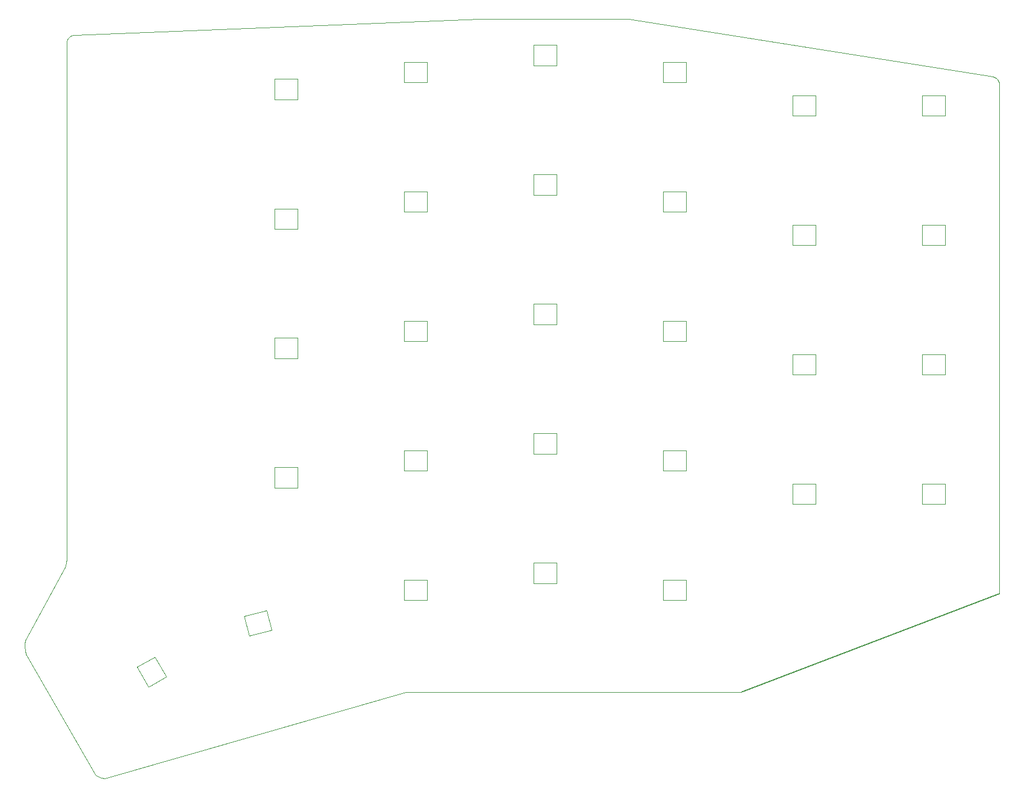
<source format=gm1>
G04 #@! TF.GenerationSoftware,KiCad,Pcbnew,(7.0.0-0)*
G04 #@! TF.CreationDate,2023-03-20T18:34:57-07:00*
G04 #@! TF.ProjectId,SofleKeyboard,536f666c-654b-4657-9962-6f6172642e6b,rev?*
G04 #@! TF.SameCoordinates,Original*
G04 #@! TF.FileFunction,Profile,NP*
%FSLAX46Y46*%
G04 Gerber Fmt 4.6, Leading zero omitted, Abs format (unit mm)*
G04 Created by KiCad (PCBNEW (7.0.0-0)) date 2023-03-20 18:34:57*
%MOMM*%
%LPD*%
G01*
G04 APERTURE LIST*
G04 #@! TA.AperFunction,Profile*
%ADD10C,0.100000*%
G04 #@! TD*
G04 #@! TA.AperFunction,Profile*
%ADD11C,0.150000*%
G04 #@! TD*
G04 APERTURE END LIST*
D10*
X225283881Y-43997807D02*
X225370281Y-44178672D01*
X92550000Y-146200000D02*
X82300000Y-128400000D01*
X170950000Y-35000000D02*
X224475441Y-43445146D01*
X88297257Y-38245261D02*
X88364377Y-38029014D01*
X88611259Y-37662831D02*
X88781752Y-37522160D01*
X225424381Y-44374571D02*
X225443181Y-44581902D01*
X88781752Y-37522160D02*
X88977436Y-37415945D01*
X225370281Y-44178672D02*
X225424381Y-44374571D01*
X82200000Y-126400000D02*
X88000000Y-115650000D01*
X88364377Y-38029014D02*
X88470590Y-37833327D01*
X88273857Y-38477435D02*
X88297257Y-38245261D01*
X224677111Y-43496776D02*
X224861871Y-43581466D01*
X224475441Y-43445146D02*
X224677111Y-43496776D01*
X88470590Y-37833327D02*
X88611259Y-37662831D01*
X92550000Y-146200000D02*
X92900000Y-146500000D01*
X138154128Y-134000000D02*
X187500000Y-134000000D01*
X149000000Y-35000000D02*
X89425853Y-37325405D01*
X88275257Y-114400000D02*
X88200000Y-115050000D01*
X82300000Y-128400000D02*
X82150000Y-127900000D01*
X82100000Y-126900000D02*
X82200000Y-126400000D01*
X82100000Y-127300000D02*
X82100000Y-126900000D01*
X88200000Y-115050000D02*
X88000000Y-115650000D01*
X93350000Y-146650000D02*
X93900000Y-146750000D01*
X82150000Y-127900000D02*
X82100000Y-127300000D01*
X92900000Y-146500000D02*
X93350000Y-146650000D01*
D11*
X225470181Y-119500000D02*
X187500000Y-134000000D01*
D10*
X88275257Y-114400000D02*
X88273857Y-38477435D01*
X225168321Y-43835582D02*
X225283881Y-43997807D01*
X224861871Y-43581466D02*
X225026621Y-43695600D01*
X149000000Y-35000000D02*
X170950000Y-35000000D01*
X88977436Y-37415945D02*
X89193680Y-37348815D01*
X89193680Y-37348815D02*
X89425853Y-37325405D01*
X225026621Y-43695600D02*
X225168321Y-43835582D01*
X138154128Y-134000000D02*
X93900000Y-146750000D01*
X225443181Y-44581902D02*
X225470181Y-119500000D01*
X122250000Y-46800000D02*
X122250000Y-43800000D01*
X122250000Y-46800000D02*
X118850000Y-46800000D01*
X122250000Y-43800000D02*
X118850000Y-43800000D01*
X118850000Y-43800000D02*
X118850000Y-46800000D01*
X160350000Y-41800000D02*
X160350000Y-38800000D01*
X160350000Y-41800000D02*
X156950000Y-41800000D01*
X160350000Y-38800000D02*
X156950000Y-38800000D01*
X156950000Y-38800000D02*
X156950000Y-41800000D01*
X122250000Y-84900000D02*
X122250000Y-81900000D01*
X122250000Y-84900000D02*
X118850000Y-84900000D01*
X122250000Y-81900000D02*
X118850000Y-81900000D01*
X118850000Y-81900000D02*
X118850000Y-84900000D01*
X141300000Y-82400000D02*
X141300000Y-79400000D01*
X141300000Y-82400000D02*
X137900000Y-82400000D01*
X141300000Y-79400000D02*
X137900000Y-79400000D01*
X137900000Y-79400000D02*
X137900000Y-82400000D01*
X160350000Y-98950000D02*
X160350000Y-95950000D01*
X160350000Y-98950000D02*
X156950000Y-98950000D01*
X160350000Y-95950000D02*
X156950000Y-95950000D01*
X156950000Y-95950000D02*
X156950000Y-98950000D01*
X198450000Y-106350000D02*
X198450000Y-103350000D01*
X198450000Y-106350000D02*
X195050000Y-106350000D01*
X198450000Y-103350000D02*
X195050000Y-103350000D01*
X195050000Y-103350000D02*
X195050000Y-106350000D01*
X100331281Y-133272243D02*
X102929358Y-131772243D01*
X100331281Y-133272243D02*
X98631281Y-130327757D01*
X102929358Y-131772243D02*
X101229358Y-128827757D01*
X101229358Y-128827757D02*
X98631281Y-130327757D01*
X118413853Y-124869045D02*
X117637396Y-121971268D01*
X118413853Y-124869045D02*
X115129705Y-125749030D01*
X117637396Y-121971268D02*
X114353248Y-122851252D01*
X114353248Y-122851252D02*
X115129705Y-125749030D01*
X217500000Y-68250000D02*
X217500000Y-65250000D01*
X217500000Y-68250000D02*
X214100000Y-68250000D01*
X217500000Y-65250000D02*
X214100000Y-65250000D01*
X214100000Y-65250000D02*
X214100000Y-68250000D01*
X217500000Y-87300000D02*
X217500000Y-84300000D01*
X217500000Y-87300000D02*
X214100000Y-87300000D01*
X217500000Y-84300000D02*
X214100000Y-84300000D01*
X214100000Y-84300000D02*
X214100000Y-87300000D01*
X217500000Y-106350000D02*
X217500000Y-103350000D01*
X217500000Y-106350000D02*
X214100000Y-106350000D01*
X217500000Y-103350000D02*
X214100000Y-103350000D01*
X214100000Y-103350000D02*
X214100000Y-106350000D01*
X179400000Y-44300000D02*
X179400000Y-41300000D01*
X179400000Y-44300000D02*
X176000000Y-44300000D01*
X179400000Y-41300000D02*
X176000000Y-41300000D01*
X176000000Y-41300000D02*
X176000000Y-44300000D01*
X198450000Y-49200000D02*
X198450000Y-46200000D01*
X198450000Y-49200000D02*
X195050000Y-49200000D01*
X198450000Y-46200000D02*
X195050000Y-46200000D01*
X195050000Y-46200000D02*
X195050000Y-49200000D01*
X141300000Y-63350000D02*
X141300000Y-60350000D01*
X141300000Y-63350000D02*
X137900000Y-63350000D01*
X141300000Y-60350000D02*
X137900000Y-60350000D01*
X137900000Y-60350000D02*
X137900000Y-63350000D01*
X179400000Y-63350000D02*
X179400000Y-60350000D01*
X179400000Y-63350000D02*
X176000000Y-63350000D01*
X179400000Y-60350000D02*
X176000000Y-60350000D01*
X176000000Y-60350000D02*
X176000000Y-63350000D01*
X160350000Y-60850000D02*
X160350000Y-57850000D01*
X160350000Y-60850000D02*
X156950000Y-60850000D01*
X160350000Y-57850000D02*
X156950000Y-57850000D01*
X156950000Y-57850000D02*
X156950000Y-60850000D01*
X179400000Y-82400000D02*
X179400000Y-79400000D01*
X179400000Y-82400000D02*
X176000000Y-82400000D01*
X179400000Y-79400000D02*
X176000000Y-79400000D01*
X176000000Y-79400000D02*
X176000000Y-82400000D01*
X217500000Y-49200000D02*
X217500000Y-46200000D01*
X217500000Y-49200000D02*
X214100000Y-49200000D01*
X217500000Y-46200000D02*
X214100000Y-46200000D01*
X214100000Y-46200000D02*
X214100000Y-49200000D01*
X122250000Y-65900000D02*
X122250000Y-62900000D01*
X122250000Y-65900000D02*
X118850000Y-65900000D01*
X122250000Y-62900000D02*
X118850000Y-62900000D01*
X118850000Y-62900000D02*
X118850000Y-65900000D01*
X179400000Y-120500000D02*
X179400000Y-117500000D01*
X179400000Y-120500000D02*
X176000000Y-120500000D01*
X179400000Y-117500000D02*
X176000000Y-117500000D01*
X176000000Y-117500000D02*
X176000000Y-120500000D01*
X198450000Y-68250000D02*
X198450000Y-65250000D01*
X198450000Y-68250000D02*
X195050000Y-68250000D01*
X198450000Y-65250000D02*
X195050000Y-65250000D01*
X195050000Y-65250000D02*
X195050000Y-68250000D01*
X179400000Y-101450000D02*
X179400000Y-98450000D01*
X179400000Y-101450000D02*
X176000000Y-101450000D01*
X179400000Y-98450000D02*
X176000000Y-98450000D01*
X176000000Y-98450000D02*
X176000000Y-101450000D01*
X198450000Y-87300000D02*
X198450000Y-84300000D01*
X198450000Y-87300000D02*
X195050000Y-87300000D01*
X198450000Y-84300000D02*
X195050000Y-84300000D01*
X195050000Y-84300000D02*
X195050000Y-87300000D01*
X160350000Y-118000000D02*
X160350000Y-115000000D01*
X160350000Y-118000000D02*
X156950000Y-118000000D01*
X160350000Y-115000000D02*
X156950000Y-115000000D01*
X156950000Y-115000000D02*
X156950000Y-118000000D01*
X160350000Y-79900000D02*
X160350000Y-76900000D01*
X160350000Y-79900000D02*
X156950000Y-79900000D01*
X160350000Y-76900000D02*
X156950000Y-76900000D01*
X156950000Y-76900000D02*
X156950000Y-79900000D01*
X141300000Y-44300000D02*
X141300000Y-41300000D01*
X141300000Y-44300000D02*
X137900000Y-44300000D01*
X141300000Y-41300000D02*
X137900000Y-41300000D01*
X137900000Y-41300000D02*
X137900000Y-44300000D01*
X141300000Y-101450000D02*
X141300000Y-98450000D01*
X141300000Y-101450000D02*
X137900000Y-101450000D01*
X141300000Y-98450000D02*
X137900000Y-98450000D01*
X137900000Y-98450000D02*
X137900000Y-101450000D01*
X141300000Y-120500000D02*
X141300000Y-117500000D01*
X141300000Y-120500000D02*
X137900000Y-120500000D01*
X141300000Y-117500000D02*
X137900000Y-117500000D01*
X137900000Y-117500000D02*
X137900000Y-120500000D01*
X122250000Y-103950000D02*
X122250000Y-100950000D01*
X122250000Y-103950000D02*
X118850000Y-103950000D01*
X122250000Y-100950000D02*
X118850000Y-100950000D01*
X118850000Y-100950000D02*
X118850000Y-103950000D01*
M02*

</source>
